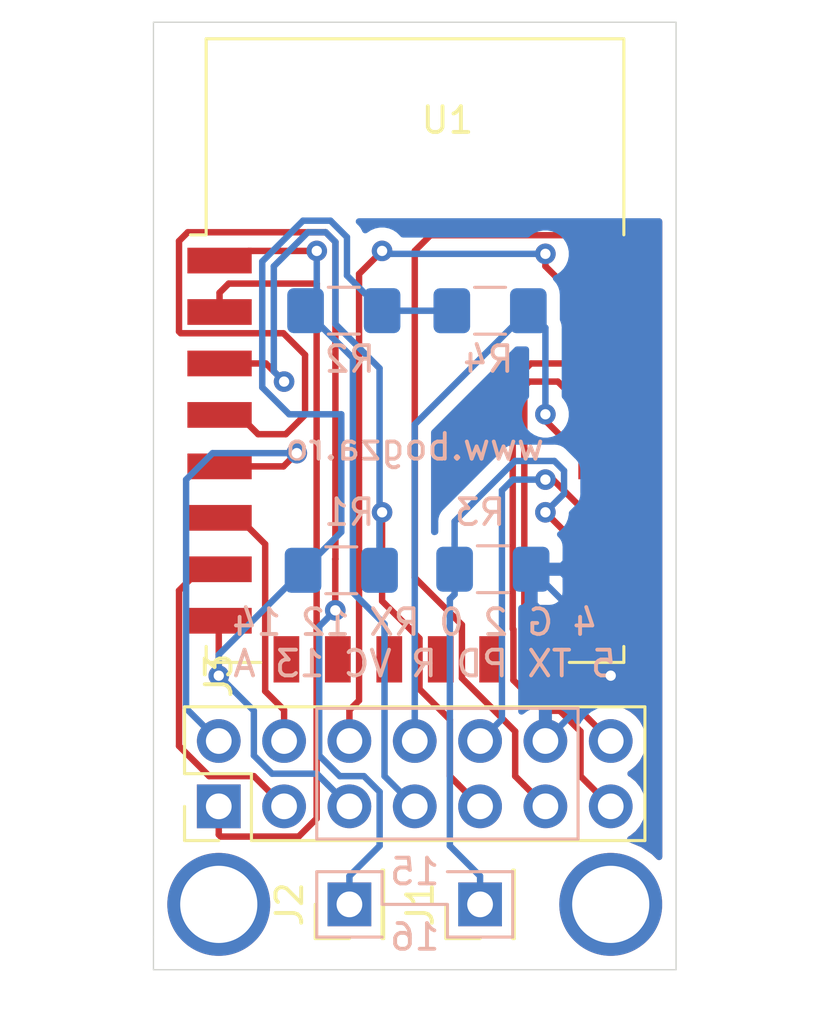
<source format=kicad_pcb>
(kicad_pcb (version 20171130) (host pcbnew "(5.1.2)-1")

  (general
    (thickness 1.6)
    (drawings 23)
    (tracks 193)
    (zones 0)
    (modules 10)
    (nets 17)
  )

  (page A4)
  (layers
    (0 F.Cu signal)
    (31 B.Cu signal)
    (32 B.Adhes user)
    (33 F.Adhes user)
    (34 B.Paste user)
    (35 F.Paste user)
    (36 B.SilkS user)
    (37 F.SilkS user)
    (38 B.Mask user)
    (39 F.Mask user)
    (40 Dwgs.User user)
    (41 Cmts.User user)
    (42 Eco1.User user)
    (43 Eco2.User user)
    (44 Edge.Cuts user)
    (45 Margin user)
    (46 B.CrtYd user)
    (47 F.CrtYd user)
    (48 B.Fab user)
    (49 F.Fab user)
  )

  (setup
    (last_trace_width 0.25)
    (trace_clearance 0.2)
    (zone_clearance 0.508)
    (zone_45_only no)
    (trace_min 0.2)
    (via_size 0.8)
    (via_drill 0.4)
    (via_min_size 0.4)
    (via_min_drill 0.3)
    (uvia_size 0.3)
    (uvia_drill 0.1)
    (uvias_allowed no)
    (uvia_min_size 0.2)
    (uvia_min_drill 0.1)
    (edge_width 0.05)
    (segment_width 0.2)
    (pcb_text_width 0.3)
    (pcb_text_size 1.5 1.5)
    (mod_edge_width 0.12)
    (mod_text_size 1 1)
    (mod_text_width 0.15)
    (pad_size 4 4)
    (pad_drill 3)
    (pad_to_mask_clearance 0.051)
    (solder_mask_min_width 0.25)
    (aux_axis_origin 0 0)
    (visible_elements FFFFFF7F)
    (pcbplotparams
      (layerselection 0x010f0_ffffffff)
      (usegerberextensions false)
      (usegerberattributes false)
      (usegerberadvancedattributes false)
      (creategerberjobfile false)
      (excludeedgelayer true)
      (linewidth 0.100000)
      (plotframeref false)
      (viasonmask false)
      (mode 1)
      (useauxorigin false)
      (hpglpennumber 1)
      (hpglpenspeed 20)
      (hpglpendiameter 15.000000)
      (psnegative false)
      (psa4output false)
      (plotreference true)
      (plotvalue true)
      (plotinvisibletext false)
      (padsonsilk false)
      (subtractmaskfromsilk false)
      (outputformat 1)
      (mirror false)
      (drillshape 0)
      (scaleselection 1)
      (outputdirectory ""))
  )

  (net 0 "")
  (net 1 VCC)
  (net 2 GPIO15)
  (net 3 GPIO16)
  (net 4 GPIO4)
  (net 5 GPIO5)
  (net 6 GND)
  (net 7 GPIO1-TXD)
  (net 8 GPIO2)
  (net 9 PD)
  (net 10 GPIO0)
  (net 11 RST)
  (net 12 GPIO3-RXD)
  (net 13 GPIO12)
  (net 14 GPIO13)
  (net 15 GPIO14)
  (net 16 ADC)

  (net_class Default "This is the default net class."
    (clearance 0.2)
    (trace_width 0.25)
    (via_dia 0.8)
    (via_drill 0.4)
    (uvia_dia 0.3)
    (uvia_drill 0.1)
    (add_net ADC)
    (add_net GND)
    (add_net GPIO0)
    (add_net GPIO1-TXD)
    (add_net GPIO12)
    (add_net GPIO13)
    (add_net GPIO14)
    (add_net GPIO15)
    (add_net GPIO16)
    (add_net GPIO2)
    (add_net GPIO3-RXD)
    (add_net GPIO4)
    (add_net GPIO5)
    (add_net "Net-(U1-Pad10)")
    (add_net "Net-(U1-Pad11)")
    (add_net "Net-(U1-Pad12)")
    (add_net "Net-(U1-Pad13)")
    (add_net "Net-(U1-Pad14)")
    (add_net "Net-(U1-Pad9)")
    (add_net PD)
    (add_net RST)
    (add_net VCC)
  )

  (module Connector_PinHeader_2.54mm:PinHeader_1x01_P2.54mm_Vertical (layer F.Cu) (tedit 59FED5CC) (tstamp 5D07E5EF)
    (at 87.63 72.39 90)
    (descr "Through hole straight pin header, 1x01, 2.54mm pitch, single row")
    (tags "Through hole pin header THT 1x01 2.54mm single row")
    (path /5D0AD2C1)
    (fp_text reference J1 (at 0 -2.33 90) (layer F.SilkS)
      (effects (font (size 1 1) (thickness 0.15)))
    )
    (fp_text value Conn_01x01 (at 0 2.33 90) (layer F.Fab)
      (effects (font (size 1 1) (thickness 0.15)))
    )
    (fp_text user %R (at 0 0) (layer F.Fab)
      (effects (font (size 1 1) (thickness 0.15)))
    )
    (fp_line (start 1.8 -1.8) (end -1.8 -1.8) (layer F.CrtYd) (width 0.05))
    (fp_line (start 1.8 1.8) (end 1.8 -1.8) (layer F.CrtYd) (width 0.05))
    (fp_line (start -1.8 1.8) (end 1.8 1.8) (layer F.CrtYd) (width 0.05))
    (fp_line (start -1.8 -1.8) (end -1.8 1.8) (layer F.CrtYd) (width 0.05))
    (fp_line (start -1.33 -1.33) (end 0 -1.33) (layer F.SilkS) (width 0.12))
    (fp_line (start -1.33 0) (end -1.33 -1.33) (layer F.SilkS) (width 0.12))
    (fp_line (start -1.33 1.27) (end 1.33 1.27) (layer F.SilkS) (width 0.12))
    (fp_line (start 1.33 1.27) (end 1.33 1.33) (layer F.SilkS) (width 0.12))
    (fp_line (start -1.33 1.27) (end -1.33 1.33) (layer F.SilkS) (width 0.12))
    (fp_line (start -1.33 1.33) (end 1.33 1.33) (layer F.SilkS) (width 0.12))
    (fp_line (start -1.27 -0.635) (end -0.635 -1.27) (layer F.Fab) (width 0.1))
    (fp_line (start -1.27 1.27) (end -1.27 -0.635) (layer F.Fab) (width 0.1))
    (fp_line (start 1.27 1.27) (end -1.27 1.27) (layer F.Fab) (width 0.1))
    (fp_line (start 1.27 -1.27) (end 1.27 1.27) (layer F.Fab) (width 0.1))
    (fp_line (start -0.635 -1.27) (end 1.27 -1.27) (layer F.Fab) (width 0.1))
    (pad 1 thru_hole rect (at 0 0 90) (size 1.7 1.7) (drill 1) (layers *.Cu *.Mask)
      (net 2 GPIO15))
    (model ${KISYS3DMOD}/Connector_PinHeader_2.54mm.3dshapes/PinHeader_1x01_P2.54mm_Vertical.wrl
      (at (xyz 0 0 0))
      (scale (xyz 1 1 1))
      (rotate (xyz 0 0 0))
    )
  )

  (module Connector_Pin:Pin_D1.0mm_L10.0mm (layer F.Cu) (tedit 5D07CE28) (tstamp 5D07E482)
    (at 92.71 72.39)
    (descr "solder Pin_ diameter 1.0mm, hole diameter 1.0mm (press fit), length 10.0mm")
    (tags "solder Pin_ press fit")
    (fp_text reference 1 (at 0 0) (layer F.SilkS)
      (effects (font (size 1 1) (thickness 0.15)))
    )
    (fp_text value Pin_D1.0mm_L10.0mm (at 0 -2.05) (layer F.Fab)
      (effects (font (size 1 1) (thickness 0.15)))
    )
    (fp_circle (center 0 0) (end 1.25 0.05) (layer F.SilkS) (width 0.12))
    (fp_circle (center 0 0) (end 1 0) (layer F.Fab) (width 0.12))
    (fp_circle (center 0 0) (end 0.5 0) (layer F.Fab) (width 0.12))
    (fp_circle (center 0 0) (end 1.5 0) (layer F.CrtYd) (width 0.05))
    (fp_text user %R (at 0 2.25) (layer F.Fab)
      (effects (font (size 1 1) (thickness 0.15)))
    )
    (pad 1 thru_hole circle (at 0 0) (size 4 4) (drill 3) (layers *.Cu *.Mask))
    (model ${KISYS3DMOD}/Connector_Pin.3dshapes/Pin_D1.0mm_L10.0mm.wrl
      (at (xyz 0 0 0))
      (scale (xyz 1 1 1))
      (rotate (xyz 0 0 0))
    )
  )

  (module Connector_Pin:Pin_D1.0mm_L10.0mm (layer F.Cu) (tedit 5D07CE1D) (tstamp 5D07E45D)
    (at 77.47 72.39)
    (descr "solder Pin_ diameter 1.0mm, hole diameter 1.0mm (press fit), length 10.0mm")
    (tags "solder Pin_ press fit")
    (fp_text reference 1 (at 0 0) (layer F.SilkS)
      (effects (font (size 1 1) (thickness 0.15)))
    )
    (fp_text value Pin_D1.0mm_L10.0mm (at 0 -2.05) (layer F.Fab)
      (effects (font (size 1 1) (thickness 0.15)))
    )
    (fp_circle (center 0 0) (end 1.25 0.05) (layer F.SilkS) (width 0.12))
    (fp_circle (center 0 0) (end 1 0) (layer F.Fab) (width 0.12))
    (fp_circle (center 0 0) (end 0.5 0) (layer F.Fab) (width 0.12))
    (fp_circle (center 0 0) (end 1.5 0) (layer F.CrtYd) (width 0.05))
    (fp_text user %R (at 0 2.25) (layer F.Fab)
      (effects (font (size 1 1) (thickness 0.15)))
    )
    (pad 1 thru_hole circle (at 0 0) (size 4 4) (drill 3) (layers *.Cu *.Mask))
    (model ${KISYS3DMOD}/Connector_Pin.3dshapes/Pin_D1.0mm_L10.0mm.wrl
      (at (xyz 0 0 0))
      (scale (xyz 1 1 1))
      (rotate (xyz 0 0 0))
    )
  )

  (module RF_Module:ESP-12E (layer F.Cu) (tedit 5A030172) (tstamp 5D077E85)
    (at 85.1 50.865)
    (descr "Wi-Fi Module, http://wiki.ai-thinker.com/_media/esp8266/docs/aithinker_esp_12f_datasheet_en.pdf")
    (tags "Wi-Fi Module")
    (path /5CC8D117)
    (attr smd)
    (fp_text reference U1 (at 1.26 -8.955) (layer F.SilkS)
      (effects (font (size 1 1) (thickness 0.15)))
    )
    (fp_text value ESP-12E (at -0.06 -12.78) (layer F.Fab)
      (effects (font (size 1 1) (thickness 0.15)))
    )
    (fp_line (start 5.56 -4.8) (end 8.12 -7.36) (layer Dwgs.User) (width 0.12))
    (fp_line (start 2.56 -4.8) (end 8.12 -10.36) (layer Dwgs.User) (width 0.12))
    (fp_line (start -0.44 -4.8) (end 6.88 -12.12) (layer Dwgs.User) (width 0.12))
    (fp_line (start -3.44 -4.8) (end 3.88 -12.12) (layer Dwgs.User) (width 0.12))
    (fp_line (start -6.44 -4.8) (end 0.88 -12.12) (layer Dwgs.User) (width 0.12))
    (fp_line (start -8.12 -6.12) (end -2.12 -12.12) (layer Dwgs.User) (width 0.12))
    (fp_line (start -8.12 -9.12) (end -5.12 -12.12) (layer Dwgs.User) (width 0.12))
    (fp_line (start -8.12 -4.8) (end -8.12 -12.12) (layer Dwgs.User) (width 0.12))
    (fp_line (start 8.12 -4.8) (end -8.12 -4.8) (layer Dwgs.User) (width 0.12))
    (fp_line (start 8.12 -12.12) (end 8.12 -4.8) (layer Dwgs.User) (width 0.12))
    (fp_line (start -8.12 -12.12) (end 8.12 -12.12) (layer Dwgs.User) (width 0.12))
    (fp_line (start -8.12 -4.5) (end -8.73 -4.5) (layer F.SilkS) (width 0.12))
    (fp_line (start -8.12 -4.5) (end -8.12 -12.12) (layer F.SilkS) (width 0.12))
    (fp_line (start -8.12 12.12) (end -8.12 11.5) (layer F.SilkS) (width 0.12))
    (fp_line (start -6 12.12) (end -8.12 12.12) (layer F.SilkS) (width 0.12))
    (fp_line (start 8.12 12.12) (end 6 12.12) (layer F.SilkS) (width 0.12))
    (fp_line (start 8.12 11.5) (end 8.12 12.12) (layer F.SilkS) (width 0.12))
    (fp_line (start 8.12 -12.12) (end 8.12 -4.5) (layer F.SilkS) (width 0.12))
    (fp_line (start -8.12 -12.12) (end 8.12 -12.12) (layer F.SilkS) (width 0.12))
    (fp_line (start -9.05 13.1) (end -9.05 -12.2) (layer F.CrtYd) (width 0.05))
    (fp_line (start 9.05 13.1) (end -9.05 13.1) (layer F.CrtYd) (width 0.05))
    (fp_line (start 9.05 -12.2) (end 9.05 13.1) (layer F.CrtYd) (width 0.05))
    (fp_line (start -9.05 -12.2) (end 9.05 -12.2) (layer F.CrtYd) (width 0.05))
    (fp_line (start -8 -4) (end -8 -12) (layer F.Fab) (width 0.12))
    (fp_line (start -7.5 -3.5) (end -8 -4) (layer F.Fab) (width 0.12))
    (fp_line (start -8 -3) (end -7.5 -3.5) (layer F.Fab) (width 0.12))
    (fp_line (start -8 12) (end -8 -3) (layer F.Fab) (width 0.12))
    (fp_line (start 8 12) (end -8 12) (layer F.Fab) (width 0.12))
    (fp_line (start 8 -12) (end 8 12) (layer F.Fab) (width 0.12))
    (fp_line (start -8 -12) (end 8 -12) (layer F.Fab) (width 0.12))
    (fp_text user %R (at 0.49 -0.8) (layer F.Fab)
      (effects (font (size 1 1) (thickness 0.15)))
    )
    (fp_text user "KEEP-OUT ZONE" (at 0.03 -9.55 180) (layer Cmts.User)
      (effects (font (size 1 1) (thickness 0.15)))
    )
    (fp_text user Antenna (at -0.06 -7 180) (layer Cmts.User)
      (effects (font (size 1 1) (thickness 0.15)))
    )
    (pad 22 smd rect (at 7.6 -3.5) (size 2.5 1) (layers F.Cu F.Paste F.Mask)
      (net 7 GPIO1-TXD))
    (pad 21 smd rect (at 7.6 -1.5) (size 2.5 1) (layers F.Cu F.Paste F.Mask)
      (net 12 GPIO3-RXD))
    (pad 20 smd rect (at 7.6 0.5) (size 2.5 1) (layers F.Cu F.Paste F.Mask)
      (net 5 GPIO5))
    (pad 19 smd rect (at 7.6 2.5) (size 2.5 1) (layers F.Cu F.Paste F.Mask)
      (net 4 GPIO4))
    (pad 18 smd rect (at 7.6 4.5) (size 2.5 1) (layers F.Cu F.Paste F.Mask)
      (net 10 GPIO0))
    (pad 17 smd rect (at 7.6 6.5) (size 2.5 1) (layers F.Cu F.Paste F.Mask)
      (net 8 GPIO2))
    (pad 16 smd rect (at 7.6 8.5) (size 2.5 1) (layers F.Cu F.Paste F.Mask)
      (net 2 GPIO15))
    (pad 15 smd rect (at 7.6 10.5) (size 2.5 1) (layers F.Cu F.Paste F.Mask)
      (net 6 GND))
    (pad 14 smd rect (at 5 12) (size 1 1.8) (layers F.Cu F.Paste F.Mask))
    (pad 13 smd rect (at 3 12) (size 1 1.8) (layers F.Cu F.Paste F.Mask))
    (pad 12 smd rect (at 1 12) (size 1 1.8) (layers F.Cu F.Paste F.Mask))
    (pad 11 smd rect (at -1 12) (size 1 1.8) (layers F.Cu F.Paste F.Mask))
    (pad 10 smd rect (at -3 12) (size 1 1.8) (layers F.Cu F.Paste F.Mask))
    (pad 9 smd rect (at -5 12) (size 1 1.8) (layers F.Cu F.Paste F.Mask))
    (pad 8 smd rect (at -7.6 10.5) (size 2.5 1) (layers F.Cu F.Paste F.Mask)
      (net 1 VCC))
    (pad 7 smd rect (at -7.6 8.5) (size 2.5 1) (layers F.Cu F.Paste F.Mask)
      (net 14 GPIO13))
    (pad 6 smd rect (at -7.6 6.5) (size 2.5 1) (layers F.Cu F.Paste F.Mask)
      (net 13 GPIO12))
    (pad 5 smd rect (at -7.6 4.5) (size 2.5 1) (layers F.Cu F.Paste F.Mask)
      (net 15 GPIO14))
    (pad 4 smd rect (at -7.6 2.5) (size 2.5 1) (layers F.Cu F.Paste F.Mask)
      (net 3 GPIO16))
    (pad 3 smd rect (at -7.6 0.5) (size 2.5 1) (layers F.Cu F.Paste F.Mask)
      (net 9 PD))
    (pad 2 smd rect (at -7.6 -1.5) (size 2.5 1) (layers F.Cu F.Paste F.Mask)
      (net 16 ADC))
    (pad 1 smd rect (at -7.6 -3.5) (size 2.5 1) (layers F.Cu F.Paste F.Mask)
      (net 11 RST))
    (model ${KISYS3DMOD}/RF_Module.3dshapes/ESP-12E.wrl
      (at (xyz 0 0 0))
      (scale (xyz 1 1 1))
      (rotate (xyz 0 0 0))
    )
  )

  (module Resistor_SMD:R_1206_3216Metric_Pad1.42x1.75mm_HandSolder (layer B.Cu) (tedit 5B301BBD) (tstamp 5D07D2EC)
    (at 88.018798 49.315142)
    (descr "Resistor SMD 1206 (3216 Metric), square (rectangular) end terminal, IPC_7351 nominal with elongated pad for handsoldering. (Body size source: http://www.tortai-tech.com/upload/download/2011102023233369053.pdf), generated with kicad-footprint-generator")
    (tags "resistor handsolder")
    (path /5CCE9745)
    (attr smd)
    (fp_text reference R4 (at -0.07104 1.884126 180) (layer B.SilkS)
      (effects (font (size 1 1) (thickness 0.15)) (justify mirror))
    )
    (fp_text value 10k (at 0 -1.82 180) (layer B.Fab)
      (effects (font (size 1 1) (thickness 0.15)) (justify mirror))
    )
    (fp_text user %R (at 0 0 180) (layer B.Fab)
      (effects (font (size 0.8 0.8) (thickness 0.12)) (justify mirror))
    )
    (fp_line (start 2.45 -1.12) (end -2.45 -1.12) (layer B.CrtYd) (width 0.05))
    (fp_line (start 2.45 1.12) (end 2.45 -1.12) (layer B.CrtYd) (width 0.05))
    (fp_line (start -2.45 1.12) (end 2.45 1.12) (layer B.CrtYd) (width 0.05))
    (fp_line (start -2.45 -1.12) (end -2.45 1.12) (layer B.CrtYd) (width 0.05))
    (fp_line (start -0.602064 -0.91) (end 0.602064 -0.91) (layer B.SilkS) (width 0.12))
    (fp_line (start -0.602064 0.91) (end 0.602064 0.91) (layer B.SilkS) (width 0.12))
    (fp_line (start 1.6 -0.8) (end -1.6 -0.8) (layer B.Fab) (width 0.1))
    (fp_line (start 1.6 0.8) (end 1.6 -0.8) (layer B.Fab) (width 0.1))
    (fp_line (start -1.6 0.8) (end 1.6 0.8) (layer B.Fab) (width 0.1))
    (fp_line (start -1.6 -0.8) (end -1.6 0.8) (layer B.Fab) (width 0.1))
    (pad 2 smd roundrect (at 1.4875 0) (size 1.425 1.75) (layers B.Cu B.Paste B.Mask) (roundrect_rratio 0.175439)
      (net 10 GPIO0))
    (pad 1 smd roundrect (at -1.4875 0) (size 1.425 1.75) (layers B.Cu B.Paste B.Mask) (roundrect_rratio 0.175439)
      (net 1 VCC))
    (model ${KISYS3DMOD}/Resistor_SMD.3dshapes/R_1206_3216Metric.wrl
      (at (xyz 0 0 0))
      (scale (xyz 1 1 1))
      (rotate (xyz 0 0 0))
    )
  )

  (module Resistor_SMD:R_1206_3216Metric_Pad1.42x1.75mm_HandSolder (layer B.Cu) (tedit 5B301BBD) (tstamp 5D07D2DB)
    (at 88.127383 59.362292)
    (descr "Resistor SMD 1206 (3216 Metric), square (rectangular) end terminal, IPC_7351 nominal with elongated pad for handsoldering. (Body size source: http://www.tortai-tech.com/upload/download/2011102023233369053.pdf), generated with kicad-footprint-generator")
    (tags "resistor handsolder")
    (path /5CCF4AA5)
    (attr smd)
    (fp_text reference R3 (at -0.497383 -2.212292 180) (layer B.SilkS)
      (effects (font (size 1 1) (thickness 0.15)) (justify mirror))
    )
    (fp_text value 10k (at 0 -1.82 180) (layer B.Fab)
      (effects (font (size 1 1) (thickness 0.15)) (justify mirror))
    )
    (fp_text user %R (at 0 0 180) (layer B.Fab)
      (effects (font (size 0.8 0.8) (thickness 0.12)) (justify mirror))
    )
    (fp_line (start 2.45 -1.12) (end -2.45 -1.12) (layer B.CrtYd) (width 0.05))
    (fp_line (start 2.45 1.12) (end 2.45 -1.12) (layer B.CrtYd) (width 0.05))
    (fp_line (start -2.45 1.12) (end 2.45 1.12) (layer B.CrtYd) (width 0.05))
    (fp_line (start -2.45 -1.12) (end -2.45 1.12) (layer B.CrtYd) (width 0.05))
    (fp_line (start -0.602064 -0.91) (end 0.602064 -0.91) (layer B.SilkS) (width 0.12))
    (fp_line (start -0.602064 0.91) (end 0.602064 0.91) (layer B.SilkS) (width 0.12))
    (fp_line (start 1.6 -0.8) (end -1.6 -0.8) (layer B.Fab) (width 0.1))
    (fp_line (start 1.6 0.8) (end 1.6 -0.8) (layer B.Fab) (width 0.1))
    (fp_line (start -1.6 0.8) (end 1.6 0.8) (layer B.Fab) (width 0.1))
    (fp_line (start -1.6 -0.8) (end -1.6 0.8) (layer B.Fab) (width 0.1))
    (pad 2 smd roundrect (at 1.4875 0) (size 1.425 1.75) (layers B.Cu B.Paste B.Mask) (roundrect_rratio 0.175439)
      (net 6 GND))
    (pad 1 smd roundrect (at -1.4875 0) (size 1.425 1.75) (layers B.Cu B.Paste B.Mask) (roundrect_rratio 0.175439)
      (net 2 GPIO15))
    (model ${KISYS3DMOD}/Resistor_SMD.3dshapes/R_1206_3216Metric.wrl
      (at (xyz 0 0 0))
      (scale (xyz 1 1 1))
      (rotate (xyz 0 0 0))
    )
  )

  (module Resistor_SMD:R_1206_3216Metric_Pad1.42x1.75mm_HandSolder (layer B.Cu) (tedit 5B301BBD) (tstamp 5D07D2CA)
    (at 82.3325 49.3125 180)
    (descr "Resistor SMD 1206 (3216 Metric), square (rectangular) end terminal, IPC_7351 nominal with elongated pad for handsoldering. (Body size source: http://www.tortai-tech.com/upload/download/2011102023233369053.pdf), generated with kicad-footprint-generator")
    (tags "resistor handsolder")
    (path /5D097B6D)
    (attr smd)
    (fp_text reference R2 (at -0.233727 -1.886768 180) (layer B.SilkS)
      (effects (font (size 1 1) (thickness 0.15)) (justify mirror))
    )
    (fp_text value 10k (at 0 -1.82 180) (layer B.Fab)
      (effects (font (size 1 1) (thickness 0.15)) (justify mirror))
    )
    (fp_line (start -1.6 -0.8) (end -1.6 0.8) (layer B.Fab) (width 0.1))
    (fp_line (start -1.6 0.8) (end 1.6 0.8) (layer B.Fab) (width 0.1))
    (fp_line (start 1.6 0.8) (end 1.6 -0.8) (layer B.Fab) (width 0.1))
    (fp_line (start 1.6 -0.8) (end -1.6 -0.8) (layer B.Fab) (width 0.1))
    (fp_line (start -0.602064 0.91) (end 0.602064 0.91) (layer B.SilkS) (width 0.12))
    (fp_line (start -0.602064 -0.91) (end 0.602064 -0.91) (layer B.SilkS) (width 0.12))
    (fp_line (start -2.45 -1.12) (end -2.45 1.12) (layer B.CrtYd) (width 0.05))
    (fp_line (start -2.45 1.12) (end 2.45 1.12) (layer B.CrtYd) (width 0.05))
    (fp_line (start 2.45 1.12) (end 2.45 -1.12) (layer B.CrtYd) (width 0.05))
    (fp_line (start 2.45 -1.12) (end -2.45 -1.12) (layer B.CrtYd) (width 0.05))
    (fp_text user %R (at 0 0 180) (layer B.Fab)
      (effects (font (size 0.8 0.8) (thickness 0.12)) (justify mirror))
    )
    (pad 1 smd roundrect (at -1.4875 0 180) (size 1.425 1.75) (layers B.Cu B.Paste B.Mask) (roundrect_rratio 0.175439)
      (net 1 VCC))
    (pad 2 smd roundrect (at 1.4875 0 180) (size 1.425 1.75) (layers B.Cu B.Paste B.Mask) (roundrect_rratio 0.175439)
      (net 11 RST))
    (model ${KISYS3DMOD}/Resistor_SMD.3dshapes/R_1206_3216Metric.wrl
      (at (xyz 0 0 0))
      (scale (xyz 1 1 1))
      (rotate (xyz 0 0 0))
    )
  )

  (module Resistor_SMD:R_1206_3216Metric_Pad1.42x1.75mm_HandSolder (layer B.Cu) (tedit 5B301BBD) (tstamp 5D07D2B9)
    (at 82.234146 59.403217)
    (descr "Resistor SMD 1206 (3216 Metric), square (rectangular) end terminal, IPC_7351 nominal with elongated pad for handsoldering. (Body size source: http://www.tortai-tech.com/upload/download/2011102023233369053.pdf), generated with kicad-footprint-generator")
    (tags "resistor handsolder")
    (path /5CCE7A1A)
    (attr smd)
    (fp_text reference R1 (at 0.315854 -2.253217 180) (layer B.SilkS)
      (effects (font (size 1 1) (thickness 0.15)) (justify mirror))
    )
    (fp_text value 10k (at 0 -1.82 180) (layer B.Fab)
      (effects (font (size 1 1) (thickness 0.15)) (justify mirror))
    )
    (fp_text user %R (at 5.3 -0.16 180) (layer B.Fab)
      (effects (font (size 0.8 0.8) (thickness 0.12)) (justify mirror))
    )
    (fp_line (start 2.45 -1.12) (end -2.45 -1.12) (layer B.CrtYd) (width 0.05))
    (fp_line (start 2.45 1.12) (end 2.45 -1.12) (layer B.CrtYd) (width 0.05))
    (fp_line (start -2.45 1.12) (end 2.45 1.12) (layer B.CrtYd) (width 0.05))
    (fp_line (start -2.45 -1.12) (end -2.45 1.12) (layer B.CrtYd) (width 0.05))
    (fp_line (start -0.602064 -0.91) (end 0.602064 -0.91) (layer B.SilkS) (width 0.12))
    (fp_line (start -0.602064 0.91) (end 0.602064 0.91) (layer B.SilkS) (width 0.12))
    (fp_line (start 1.6 -0.8) (end -1.6 -0.8) (layer B.Fab) (width 0.1))
    (fp_line (start 1.6 0.8) (end 1.6 -0.8) (layer B.Fab) (width 0.1))
    (fp_line (start -1.6 0.8) (end 1.6 0.8) (layer B.Fab) (width 0.1))
    (fp_line (start -1.6 -0.8) (end -1.6 0.8) (layer B.Fab) (width 0.1))
    (pad 2 smd roundrect (at 1.4875 0) (size 1.425 1.75) (layers B.Cu B.Paste B.Mask) (roundrect_rratio 0.175439)
      (net 9 PD))
    (pad 1 smd roundrect (at -1.4875 0) (size 1.425 1.75) (layers B.Cu B.Paste B.Mask) (roundrect_rratio 0.175439)
      (net 1 VCC))
    (model ${KISYS3DMOD}/Resistor_SMD.3dshapes/R_1206_3216Metric.wrl
      (at (xyz 0 0 0))
      (scale (xyz 1 1 1))
      (rotate (xyz 0 0 0))
    )
  )

  (module Connector_PinHeader_2.54mm:PinHeader_2x07_P2.54mm_Vertical (layer F.Cu) (tedit 59FED5CC) (tstamp 5D07D2A8)
    (at 77.47 68.58 90)
    (descr "Through hole straight pin header, 2x07, 2.54mm pitch, double rows")
    (tags "Through hole pin header THT 2x07 2.54mm double row")
    (path /5D0A0012)
    (fp_text reference J3 (at 5.08 0 90) (layer F.SilkS)
      (effects (font (size 1 1) (thickness 0.15)))
    )
    (fp_text value Conn_02x07_Odd_Even (at 1.27 17.57 90) (layer F.Fab)
      (effects (font (size 1 1) (thickness 0.15)))
    )
    (fp_text user %R (at 1.27 7.62) (layer F.Fab)
      (effects (font (size 1 1) (thickness 0.15)))
    )
    (fp_line (start 4.35 -1.8) (end -1.8 -1.8) (layer F.CrtYd) (width 0.05))
    (fp_line (start 4.35 17.05) (end 4.35 -1.8) (layer F.CrtYd) (width 0.05))
    (fp_line (start -1.8 17.05) (end 4.35 17.05) (layer F.CrtYd) (width 0.05))
    (fp_line (start -1.8 -1.8) (end -1.8 17.05) (layer F.CrtYd) (width 0.05))
    (fp_line (start -1.33 -1.33) (end 0 -1.33) (layer F.SilkS) (width 0.12))
    (fp_line (start -1.33 0) (end -1.33 -1.33) (layer F.SilkS) (width 0.12))
    (fp_line (start 1.27 -1.33) (end 3.87 -1.33) (layer F.SilkS) (width 0.12))
    (fp_line (start 1.27 1.27) (end 1.27 -1.33) (layer F.SilkS) (width 0.12))
    (fp_line (start -1.33 1.27) (end 1.27 1.27) (layer F.SilkS) (width 0.12))
    (fp_line (start 3.87 -1.33) (end 3.87 16.57) (layer F.SilkS) (width 0.12))
    (fp_line (start -1.33 1.27) (end -1.33 16.57) (layer F.SilkS) (width 0.12))
    (fp_line (start -1.33 16.57) (end 3.87 16.57) (layer F.SilkS) (width 0.12))
    (fp_line (start -1.27 0) (end 0 -1.27) (layer F.Fab) (width 0.1))
    (fp_line (start -1.27 16.51) (end -1.27 0) (layer F.Fab) (width 0.1))
    (fp_line (start 3.81 16.51) (end -1.27 16.51) (layer F.Fab) (width 0.1))
    (fp_line (start 3.81 -1.27) (end 3.81 16.51) (layer F.Fab) (width 0.1))
    (fp_line (start 0 -1.27) (end 3.81 -1.27) (layer F.Fab) (width 0.1))
    (pad 14 thru_hole oval (at 2.54 15.24 90) (size 1.7 1.7) (drill 1) (layers *.Cu *.Mask)
      (net 4 GPIO4))
    (pad 13 thru_hole oval (at 0 15.24 90) (size 1.7 1.7) (drill 1) (layers *.Cu *.Mask)
      (net 5 GPIO5))
    (pad 12 thru_hole oval (at 2.54 12.7 90) (size 1.7 1.7) (drill 1) (layers *.Cu *.Mask)
      (net 6 GND))
    (pad 11 thru_hole oval (at 0 12.7 90) (size 1.7 1.7) (drill 1) (layers *.Cu *.Mask)
      (net 7 GPIO1-TXD))
    (pad 10 thru_hole oval (at 2.54 10.16 90) (size 1.7 1.7) (drill 1) (layers *.Cu *.Mask)
      (net 8 GPIO2))
    (pad 9 thru_hole oval (at 0 10.16 90) (size 1.7 1.7) (drill 1) (layers *.Cu *.Mask)
      (net 9 PD))
    (pad 8 thru_hole oval (at 2.54 7.62 90) (size 1.7 1.7) (drill 1) (layers *.Cu *.Mask)
      (net 10 GPIO0))
    (pad 7 thru_hole oval (at 0 7.62 90) (size 1.7 1.7) (drill 1) (layers *.Cu *.Mask)
      (net 11 RST))
    (pad 6 thru_hole oval (at 2.54 5.08 90) (size 1.7 1.7) (drill 1) (layers *.Cu *.Mask)
      (net 12 GPIO3-RXD))
    (pad 5 thru_hole oval (at 0 5.08 90) (size 1.7 1.7) (drill 1) (layers *.Cu *.Mask)
      (net 1 VCC))
    (pad 4 thru_hole oval (at 2.54 2.54 90) (size 1.7 1.7) (drill 1) (layers *.Cu *.Mask)
      (net 13 GPIO12))
    (pad 3 thru_hole oval (at 0 2.54 90) (size 1.7 1.7) (drill 1) (layers *.Cu *.Mask)
      (net 14 GPIO13))
    (pad 2 thru_hole oval (at 2.54 0 90) (size 1.7 1.7) (drill 1) (layers *.Cu *.Mask)
      (net 15 GPIO14))
    (pad 1 thru_hole rect (at 0 0 90) (size 1.7 1.7) (drill 1) (layers *.Cu *.Mask)
      (net 16 ADC))
    (model ${KISYS3DMOD}/Connector_PinHeader_2.54mm.3dshapes/PinHeader_2x07_P2.54mm_Vertical.wrl
      (at (xyz 0 0 0))
      (scale (xyz 1 1 1))
      (rotate (xyz 0 0 0))
    )
  )

  (module Connector_PinHeader_2.54mm:PinHeader_1x01_P2.54mm_Vertical (layer F.Cu) (tedit 59FED5CC) (tstamp 5D07D284)
    (at 82.55 72.39 90)
    (descr "Through hole straight pin header, 1x01, 2.54mm pitch, single row")
    (tags "Through hole pin header THT 1x01 2.54mm single row")
    (path /5D0AE2F8)
    (fp_text reference J2 (at 0 -2.33 90) (layer F.SilkS)
      (effects (font (size 1 1) (thickness 0.15)))
    )
    (fp_text value Conn_01x01 (at 0 2.33 90) (layer F.Fab)
      (effects (font (size 1 1) (thickness 0.15)))
    )
    (fp_text user %R (at 0 0) (layer F.Fab)
      (effects (font (size 1 1) (thickness 0.15)))
    )
    (fp_line (start 1.8 -1.8) (end -1.8 -1.8) (layer F.CrtYd) (width 0.05))
    (fp_line (start 1.8 1.8) (end 1.8 -1.8) (layer F.CrtYd) (width 0.05))
    (fp_line (start -1.8 1.8) (end 1.8 1.8) (layer F.CrtYd) (width 0.05))
    (fp_line (start -1.8 -1.8) (end -1.8 1.8) (layer F.CrtYd) (width 0.05))
    (fp_line (start -1.33 -1.33) (end 0 -1.33) (layer F.SilkS) (width 0.12))
    (fp_line (start -1.33 0) (end -1.33 -1.33) (layer F.SilkS) (width 0.12))
    (fp_line (start -1.33 1.27) (end 1.33 1.27) (layer F.SilkS) (width 0.12))
    (fp_line (start 1.33 1.27) (end 1.33 1.33) (layer F.SilkS) (width 0.12))
    (fp_line (start -1.33 1.27) (end -1.33 1.33) (layer F.SilkS) (width 0.12))
    (fp_line (start -1.33 1.33) (end 1.33 1.33) (layer F.SilkS) (width 0.12))
    (fp_line (start -1.27 -0.635) (end -0.635 -1.27) (layer F.Fab) (width 0.1))
    (fp_line (start -1.27 1.27) (end -1.27 -0.635) (layer F.Fab) (width 0.1))
    (fp_line (start 1.27 1.27) (end -1.27 1.27) (layer F.Fab) (width 0.1))
    (fp_line (start 1.27 -1.27) (end 1.27 1.27) (layer F.Fab) (width 0.1))
    (fp_line (start -0.635 -1.27) (end 1.27 -1.27) (layer F.Fab) (width 0.1))
    (pad 1 thru_hole rect (at 0 0 90) (size 1.7 1.7) (drill 1) (layers *.Cu *.Mask)
      (net 3 GPIO16))
    (model ${KISYS3DMOD}/Connector_PinHeader_2.54mm.3dshapes/PinHeader_1x01_P2.54mm_Vertical.wrl
      (at (xyz 0 0 0))
      (scale (xyz 1 1 1))
      (rotate (xyz 0 0 0))
    )
  )

  (gr_line (start 91.44 64.77) (end 86.36 64.77) (layer B.SilkS) (width 0.12))
  (gr_line (start 91.44 69.85) (end 91.44 64.77) (layer B.SilkS) (width 0.12))
  (gr_line (start 81.28 69.85) (end 91.44 69.85) (layer B.SilkS) (width 0.12))
  (gr_line (start 81.28 64.77) (end 81.28 69.85) (layer B.SilkS) (width 0.12))
  (gr_line (start 88.9 64.77) (end 81.28 64.77) (layer B.SilkS) (width 0.12))
  (gr_line (start 81.28 73.66) (end 83.82 73.66) (layer B.SilkS) (width 0.12))
  (gr_line (start 81.28 71.12) (end 81.28 73.66) (layer B.SilkS) (width 0.12))
  (gr_line (start 83.82 71.12) (end 81.28 71.12) (layer B.SilkS) (width 0.12))
  (gr_line (start 83.82 72.39) (end 83.82 71.12) (layer B.SilkS) (width 0.12))
  (gr_line (start 86.36 72.39) (end 83.82 72.39) (layer B.SilkS) (width 0.12))
  (gr_line (start 86.36 73.66) (end 86.36 72.39) (layer B.SilkS) (width 0.12))
  (gr_line (start 88.9 73.66) (end 86.36 73.66) (layer B.SilkS) (width 0.12))
  (gr_line (start 88.9 71.12) (end 88.9 73.66) (layer B.SilkS) (width 0.12))
  (gr_line (start 86.36 71.12) (end 88.9 71.12) (layer B.SilkS) (width 0.12))
  (gr_text 15 (at 85.09 71.12) (layer B.SilkS)
    (effects (font (size 1 1) (thickness 0.15)) (justify mirror))
  )
  (gr_text 16 (at 85.09 73.66) (layer B.SilkS)
    (effects (font (size 1 1) (thickness 0.15)) (justify mirror))
  )
  (gr_text www.bogza.ro (at 85.09 54.61) (layer B.SilkS)
    (effects (font (size 1 1) (thickness 0.15)) (justify mirror))
  )
  (gr_text "4 G 2 0 RX 12 14\n5 TX PD R VC 13 A " (at 85.09 62.23) (layer B.SilkS)
    (effects (font (size 1 1) (thickness 0.15)) (justify mirror))
  )
  (gr_line (start 74.93 73.66) (end 74.93 74.93) (layer Edge.Cuts) (width 0.05) (tstamp 5D07E4A6))
  (gr_line (start 74.93 38.1) (end 74.93 73.66) (layer Edge.Cuts) (width 0.05))
  (gr_line (start 95.25 38.1) (end 74.93 38.1) (layer Edge.Cuts) (width 0.05))
  (gr_line (start 95.25 74.93) (end 95.25 38.1) (layer Edge.Cuts) (width 0.05))
  (gr_line (start 74.93 74.93) (end 95.25 74.93) (layer Edge.Cuts) (width 0.05))

  (segment (start 83.822642 49.315142) (end 83.82 49.3125) (width 0.25) (layer B.Cu) (net 1))
  (segment (start 86.531298 49.315142) (end 83.822642 49.315142) (width 0.25) (layer B.Cu) (net 1))
  (segment (start 80.206998 53.34) (end 82.234126 53.34) (width 0.25) (layer B.Cu) (net 1))
  (segment (start 82.45501 47.94751) (end 82.45501 46.455598) (width 0.25) (layer B.Cu) (net 1))
  (segment (start 83.82 49.3125) (end 82.45501 47.94751) (width 0.25) (layer B.Cu) (net 1))
  (segment (start 79.159991 52.292993) (end 80.206998 53.34) (width 0.25) (layer B.Cu) (net 1))
  (segment (start 82.45501 46.455598) (end 81.814401 45.814989) (width 0.25) (layer B.Cu) (net 1))
  (segment (start 81.814401 45.814989) (end 80.745598 45.81499) (width 0.25) (layer B.Cu) (net 1))
  (segment (start 80.745598 45.81499) (end 79.159991 47.400597) (width 0.25) (layer B.Cu) (net 1))
  (segment (start 79.159991 47.400597) (end 79.159991 52.292993) (width 0.25) (layer B.Cu) (net 1))
  (segment (start 82.234126 57.915737) (end 80.746646 59.403217) (width 0.25) (layer B.Cu) (net 1))
  (segment (start 82.234126 53.34) (end 82.234126 57.915737) (width 0.25) (layer B.Cu) (net 1))
  (via (at 77.47 63.5) (size 0.8) (drill 0.4) (layers F.Cu B.Cu) (net 1))
  (segment (start 80.746646 59.403217) (end 77.47 62.679863) (width 0.25) (layer B.Cu) (net 1))
  (segment (start 77.47 62.679863) (end 77.47 63.5) (width 0.25) (layer B.Cu) (net 1))
  (segment (start 77.47 61.395) (end 77.5 61.365) (width 0.25) (layer F.Cu) (net 1))
  (segment (start 77.47 63.5) (end 77.47 61.395) (width 0.25) (layer F.Cu) (net 1))
  (segment (start 81.700001 67.730001) (end 82.55 68.58) (width 0.25) (layer B.Cu) (net 1))
  (segment (start 81.28 67.31) (end 81.700001 67.730001) (width 0.25) (layer B.Cu) (net 1))
  (segment (start 79.540998 67.31) (end 81.28 67.31) (width 0.25) (layer B.Cu) (net 1))
  (segment (start 78.834999 66.604001) (end 79.540998 67.31) (width 0.25) (layer B.Cu) (net 1))
  (segment (start 78.834999 64.864999) (end 78.834999 66.604001) (width 0.25) (layer B.Cu) (net 1))
  (segment (start 77.47 63.5) (end 78.834999 64.864999) (width 0.25) (layer B.Cu) (net 1))
  (via (at 90.17 57.15) (size 0.8) (drill 0.4) (layers F.Cu B.Cu) (net 2))
  (segment (start 91.210001 58.190001) (end 90.17 57.15) (width 0.25) (layer F.Cu) (net 2))
  (segment (start 92.7 59.365) (end 92.385 59.365) (width 0.25) (layer F.Cu) (net 2))
  (segment (start 92.385 59.365) (end 91.210001 58.190001) (width 0.25) (layer F.Cu) (net 2))
  (segment (start 86.639883 58.387292) (end 86.639883 59.362292) (width 0.25) (layer B.Cu) (net 2))
  (segment (start 86.639883 57.503707) (end 86.639883 58.387292) (width 0.25) (layer B.Cu) (net 2))
  (segment (start 90.518001 55.154999) (end 88.988591 55.154999) (width 0.25) (layer B.Cu) (net 2))
  (segment (start 90.895001 55.531999) (end 90.518001 55.154999) (width 0.25) (layer B.Cu) (net 2))
  (segment (start 88.988591 55.154999) (end 86.639883 57.503707) (width 0.25) (layer B.Cu) (net 2))
  (segment (start 90.895001 56.424999) (end 90.895001 55.531999) (width 0.25) (layer B.Cu) (net 2))
  (segment (start 90.17 57.15) (end 90.895001 56.424999) (width 0.25) (layer B.Cu) (net 2))
  (segment (start 87.63 71.29) (end 87.63 72.39) (width 0.25) (layer B.Cu) (net 2))
  (segment (start 86.454999 70.114999) (end 87.63 71.29) (width 0.25) (layer B.Cu) (net 2))
  (segment (start 86.454999 60.522176) (end 86.454999 70.114999) (width 0.25) (layer B.Cu) (net 2))
  (segment (start 86.639883 60.337292) (end 86.454999 60.522176) (width 0.25) (layer B.Cu) (net 2))
  (segment (start 86.639883 59.362292) (end 86.639883 60.337292) (width 0.25) (layer B.Cu) (net 2))
  (segment (start 81.999999 58.970001) (end 81.999999 60.96) (width 0.25) (layer F.Cu) (net 3))
  (segment (start 82.005001 58.964999) (end 81.999999 58.970001) (width 0.25) (layer F.Cu) (net 3))
  (segment (start 82.005001 46.641999) (end 82.005001 58.964999) (width 0.25) (layer F.Cu) (net 3))
  (segment (start 81.628001 46.264999) (end 82.005001 46.641999) (width 0.25) (layer F.Cu) (net 3))
  (segment (start 75.924999 46.604999) (end 76.264999 46.264999) (width 0.25) (layer F.Cu) (net 3))
  (segment (start 79.983589 50.190001) (end 75.989999 50.190001) (width 0.25) (layer F.Cu) (net 3))
  (segment (start 75.989999 50.190001) (end 75.924999 50.125001) (width 0.25) (layer F.Cu) (net 3))
  (segment (start 78.25 53.365) (end 79 54.115) (width 0.25) (layer F.Cu) (net 3))
  (segment (start 77.5 53.365) (end 78.25 53.365) (width 0.25) (layer F.Cu) (net 3))
  (segment (start 76.264999 46.264999) (end 81.628001 46.264999) (width 0.25) (layer F.Cu) (net 3))
  (segment (start 79 54.115) (end 80.074989 54.115) (width 0.25) (layer F.Cu) (net 3))
  (segment (start 80.824989 53.365) (end 80.824989 51.031401) (width 0.25) (layer F.Cu) (net 3))
  (via (at 81.999999 60.96) (size 0.8) (drill 0.4) (layers F.Cu B.Cu) (net 3))
  (segment (start 75.924999 50.125001) (end 75.924999 46.604999) (width 0.25) (layer F.Cu) (net 3))
  (segment (start 80.074989 54.115) (end 80.824989 53.365) (width 0.25) (layer F.Cu) (net 3))
  (segment (start 80.824989 51.031401) (end 79.983589 50.190001) (width 0.25) (layer F.Cu) (net 3))
  (segment (start 82.55 71.29) (end 82.55 72.39) (width 0.25) (layer B.Cu) (net 3))
  (segment (start 83.725001 70.114999) (end 82.55 71.29) (width 0.25) (layer B.Cu) (net 3))
  (segment (start 83.725001 68.015999) (end 83.725001 70.114999) (width 0.25) (layer B.Cu) (net 3))
  (segment (start 83.114001 67.404999) (end 83.725001 68.015999) (width 0.25) (layer B.Cu) (net 3))
  (segment (start 82.175997 67.404999) (end 83.114001 67.404999) (width 0.25) (layer B.Cu) (net 3))
  (segment (start 81.374999 66.604001) (end 82.175997 67.404999) (width 0.25) (layer B.Cu) (net 3))
  (segment (start 81.374999 61.585) (end 81.374999 66.604001) (width 0.25) (layer B.Cu) (net 3))
  (segment (start 81.999999 60.96) (end 81.374999 61.585) (width 0.25) (layer B.Cu) (net 3))
  (segment (start 91.95 53.365) (end 90.655 52.07) (width 0.25) (layer F.Cu) (net 4))
  (segment (start 92.7 53.365) (end 91.95 53.365) (width 0.25) (layer F.Cu) (net 4))
  (segment (start 90.655 52.07) (end 89.53641 52.07) (width 0.25) (layer F.Cu) (net 4))
  (segment (start 89.53641 52.07) (end 89.35001 52.2564) (width 0.25) (layer F.Cu) (net 4))
  (segment (start 89.35001 52.2564) (end 89.35001 60.96) (width 0.25) (layer F.Cu) (net 4))
  (segment (start 91.860001 65.190001) (end 92.71 66.04) (width 0.25) (layer F.Cu) (net 4))
  (segment (start 91.124999 64.454999) (end 91.860001 65.190001) (width 0.25) (layer F.Cu) (net 4))
  (segment (start 91.124999 61.914999) (end 91.124999 64.454999) (width 0.25) (layer F.Cu) (net 4))
  (segment (start 90.17 60.96) (end 91.124999 61.914999) (width 0.25) (layer F.Cu) (net 4))
  (segment (start 89.35001 60.96) (end 90.17 60.96) (width 0.25) (layer F.Cu) (net 4))
  (segment (start 92.7 51.365) (end 89.605 51.365) (width 0.25) (layer F.Cu) (net 5))
  (segment (start 89.605 51.365) (end 88.9 52.07) (width 0.25) (layer F.Cu) (net 5))
  (segment (start 88.9 61.679998) (end 88.925001 61.704999) (width 0.25) (layer F.Cu) (net 5))
  (segment (start 88.9 52.07) (end 88.9 61.679998) (width 0.25) (layer F.Cu) (net 5))
  (segment (start 91.534999 67.404999) (end 91.860001 67.730001) (width 0.25) (layer F.Cu) (net 5))
  (segment (start 91.534999 65.665997) (end 91.534999 67.404999) (width 0.25) (layer F.Cu) (net 5))
  (segment (start 90.734001 64.864999) (end 91.534999 65.665997) (width 0.25) (layer F.Cu) (net 5))
  (segment (start 91.860001 67.730001) (end 92.71 68.58) (width 0.25) (layer F.Cu) (net 5))
  (segment (start 88.925001 63.675003) (end 90.114997 64.864999) (width 0.25) (layer F.Cu) (net 5))
  (segment (start 90.114997 64.864999) (end 90.734001 64.864999) (width 0.25) (layer F.Cu) (net 5))
  (segment (start 88.925001 61.704999) (end 88.925001 63.675003) (width 0.25) (layer F.Cu) (net 5))
  (via (at 92.71 63.5) (size 0.8) (drill 0.4) (layers F.Cu B.Cu) (net 6))
  (segment (start 92.7 61.365) (end 92.7 63.49) (width 0.25) (layer F.Cu) (net 6))
  (segment (start 92.7 63.49) (end 92.71 63.5) (width 0.25) (layer F.Cu) (net 6))
  (segment (start 92.71 63.5) (end 90.17 66.04) (width 0.25) (layer B.Cu) (net 6))
  (segment (start 92.71 62.457409) (end 89.614883 59.362292) (width 0.25) (layer B.Cu) (net 6))
  (segment (start 92.71 63.5) (end 92.71 62.457409) (width 0.25) (layer B.Cu) (net 6))
  (segment (start 91.95 47.365) (end 91.575 46.99) (width 0.25) (layer F.Cu) (net 7))
  (segment (start 92.7 47.365) (end 91.95 47.365) (width 0.25) (layer F.Cu) (net 7))
  (segment (start 92.7 47.365) (end 91.815 47.365) (width 0.25) (layer F.Cu) (net 7))
  (segment (start 91.95 47.365) (end 90.963666 46.378666) (width 0.25) (layer F.Cu) (net 7))
  (segment (start 90.963666 46.378666) (end 85.701334 46.378666) (width 0.25) (layer F.Cu) (net 7))
  (segment (start 85.701334 46.378666) (end 85.09 46.99) (width 0.25) (layer F.Cu) (net 7))
  (segment (start 88.994999 67.404999) (end 89.320001 67.730001) (width 0.25) (layer F.Cu) (net 7))
  (segment (start 89.320001 67.730001) (end 90.17 68.58) (width 0.25) (layer F.Cu) (net 7))
  (segment (start 88.994999 65.665997) (end 88.994999 67.404999) (width 0.25) (layer F.Cu) (net 7))
  (segment (start 86.925001 63.595999) (end 88.994999 65.665997) (width 0.25) (layer F.Cu) (net 7))
  (segment (start 85.09 59.69) (end 86.925001 61.525001) (width 0.25) (layer F.Cu) (net 7))
  (segment (start 86.925001 61.525001) (end 86.925001 63.595999) (width 0.25) (layer F.Cu) (net 7))
  (segment (start 85.09 46.99) (end 85.09 59.69) (width 0.25) (layer F.Cu) (net 7))
  (via (at 90.17 55.88) (size 0.8) (drill 0.4) (layers F.Cu B.Cu) (net 8))
  (segment (start 90.465 55.88) (end 90.17 55.88) (width 0.25) (layer F.Cu) (net 8))
  (segment (start 92.7 57.365) (end 91.95 57.365) (width 0.25) (layer F.Cu) (net 8))
  (segment (start 91.95 57.365) (end 90.465 55.88) (width 0.25) (layer F.Cu) (net 8))
  (segment (start 90.17 55.88) (end 88.9 55.88) (width 0.25) (layer B.Cu) (net 8))
  (segment (start 88.479999 65.190001) (end 87.63 66.04) (width 0.25) (layer B.Cu) (net 8))
  (segment (start 88.479999 56.300001) (end 88.479999 65.190001) (width 0.25) (layer B.Cu) (net 8))
  (segment (start 88.9 55.88) (end 88.479999 56.300001) (width 0.25) (layer B.Cu) (net 8))
  (via (at 80.01 52.07) (size 0.8) (drill 0.4) (layers F.Cu B.Cu) (net 9))
  (segment (start 77.5 51.365) (end 79.305 51.365) (width 0.25) (layer F.Cu) (net 9))
  (segment (start 79.305 51.365) (end 80.01 52.07) (width 0.25) (layer F.Cu) (net 9))
  (segment (start 83.721646 58.428217) (end 83.721646 59.403217) (width 0.25) (layer B.Cu) (net 9))
  (segment (start 83.721646 51.552736) (end 83.721646 58.428217) (width 0.25) (layer B.Cu) (net 9))
  (segment (start 82.005001 46.641999) (end 82.005001 49.836091) (width 0.25) (layer B.Cu) (net 9))
  (segment (start 80.931999 46.264999) (end 81.628001 46.264999) (width 0.25) (layer B.Cu) (net 9))
  (segment (start 79.610001 47.586997) (end 80.931999 46.264999) (width 0.25) (layer B.Cu) (net 9))
  (segment (start 81.628001 46.264999) (end 82.005001 46.641999) (width 0.25) (layer B.Cu) (net 9))
  (segment (start 79.610001 51.670001) (end 79.610001 47.586997) (width 0.25) (layer B.Cu) (net 9))
  (segment (start 82.005001 49.836091) (end 83.721646 51.552736) (width 0.25) (layer B.Cu) (net 9))
  (segment (start 80.01 52.07) (end 79.610001 51.670001) (width 0.25) (layer B.Cu) (net 9))
  (via (at 83.82 57.15) (size 0.8) (drill 0.4) (layers F.Cu B.Cu) (net 9))
  (segment (start 83.721646 59.403217) (end 83.721646 57.248354) (width 0.25) (layer B.Cu) (net 9))
  (segment (start 83.721646 57.248354) (end 83.82 57.15) (width 0.25) (layer B.Cu) (net 9))
  (segment (start 86.780001 67.730001) (end 87.63 68.58) (width 0.25) (layer F.Cu) (net 9))
  (segment (start 86.454999 67.404999) (end 86.780001 67.730001) (width 0.25) (layer F.Cu) (net 9))
  (segment (start 86.454999 65.205001) (end 86.454999 67.404999) (width 0.25) (layer F.Cu) (net 9))
  (segment (start 85.274999 64.025001) (end 86.454999 65.205001) (width 0.25) (layer F.Cu) (net 9))
  (segment (start 85.274999 62.054997) (end 85.274999 64.025001) (width 0.25) (layer F.Cu) (net 9))
  (segment (start 83.82 60.599998) (end 85.274999 62.054997) (width 0.25) (layer F.Cu) (net 9))
  (segment (start 83.82 57.15) (end 83.82 60.599998) (width 0.25) (layer F.Cu) (net 9))
  (via (at 90.17 53.34) (size 0.8) (drill 0.4) (layers F.Cu B.Cu) (net 10))
  (segment (start 90.17 53.585) (end 90.17 53.34) (width 0.25) (layer F.Cu) (net 10))
  (segment (start 92.7 55.365) (end 91.95 55.365) (width 0.25) (layer F.Cu) (net 10))
  (segment (start 91.95 55.365) (end 90.17 53.585) (width 0.25) (layer F.Cu) (net 10))
  (segment (start 90.17 49.978844) (end 89.506298 49.315142) (width 0.25) (layer B.Cu) (net 10))
  (segment (start 90.17 53.34) (end 90.17 49.978844) (width 0.25) (layer B.Cu) (net 10))
  (segment (start 85.09 53.73144) (end 85.09 66.04) (width 0.25) (layer B.Cu) (net 10))
  (segment (start 89.506298 49.315142) (end 85.09 53.73144) (width 0.25) (layer B.Cu) (net 10))
  (via (at 81.28 46.99) (size 0.8) (drill 0.4) (layers F.Cu B.Cu) (net 11))
  (segment (start 78.625 46.99) (end 81.28 46.99) (width 0.25) (layer F.Cu) (net 11))
  (segment (start 77.5 47.365) (end 78.25 47.365) (width 0.25) (layer F.Cu) (net 11))
  (segment (start 78.25 47.365) (end 78.625 46.99) (width 0.25) (layer F.Cu) (net 11))
  (segment (start 81.28 48.8775) (end 80.845 49.3125) (width 0.25) (layer B.Cu) (net 11))
  (segment (start 81.28 46.99) (end 81.28 48.8775) (width 0.25) (layer B.Cu) (net 11))
  (segment (start 84.240001 67.730001) (end 85.09 68.58) (width 0.25) (layer B.Cu) (net 11))
  (segment (start 83.914999 67.404999) (end 84.240001 67.730001) (width 0.25) (layer B.Cu) (net 11))
  (segment (start 83.914999 61.49726) (end 83.914999 67.404999) (width 0.25) (layer B.Cu) (net 11))
  (segment (start 82.684136 60.266397) (end 83.914999 61.49726) (width 0.25) (layer B.Cu) (net 11))
  (segment (start 82.684136 51.151636) (end 82.684136 60.266397) (width 0.25) (layer B.Cu) (net 11))
  (segment (start 80.845 49.3125) (end 82.684136 51.151636) (width 0.25) (layer B.Cu) (net 11))
  (via (at 90.17 47.103666) (size 0.8) (drill 0.4) (layers F.Cu B.Cu) (net 12))
  (segment (start 90.17 47.585) (end 90.17 47.103666) (width 0.25) (layer F.Cu) (net 12))
  (segment (start 92.7 49.365) (end 91.95 49.365) (width 0.25) (layer F.Cu) (net 12))
  (segment (start 91.95 49.365) (end 90.17 47.585) (width 0.25) (layer F.Cu) (net 12))
  (via (at 83.82 46.99) (size 0.8) (drill 0.4) (layers F.Cu B.Cu) (net 12))
  (segment (start 90.17 47.103666) (end 83.933666 47.103666) (width 0.25) (layer B.Cu) (net 12))
  (segment (start 83.933666 47.103666) (end 83.82 46.99) (width 0.25) (layer B.Cu) (net 12))
  (segment (start 82.55 64.837919) (end 82.55 66.04) (width 0.25) (layer F.Cu) (net 12))
  (segment (start 82.925001 64.462918) (end 82.55 64.837919) (width 0.25) (layer F.Cu) (net 12))
  (segment (start 82.925001 47.884999) (end 82.925001 64.462918) (width 0.25) (layer F.Cu) (net 12))
  (segment (start 83.82 46.99) (end 82.925001 47.884999) (width 0.25) (layer F.Cu) (net 12))
  (segment (start 80.01 64.837919) (end 80.01 66.04) (width 0.25) (layer F.Cu) (net 13))
  (segment (start 79.274999 64.102918) (end 80.01 64.837919) (width 0.25) (layer F.Cu) (net 13))
  (segment (start 79.274999 58.389999) (end 79.274999 64.102918) (width 0.25) (layer F.Cu) (net 13))
  (segment (start 78.25 57.365) (end 79.274999 58.389999) (width 0.25) (layer F.Cu) (net 13))
  (segment (start 77.5 57.365) (end 78.25 57.365) (width 0.25) (layer F.Cu) (net 13))
  (segment (start 78.834999 67.404999) (end 79.160001 67.730001) (width 0.25) (layer F.Cu) (net 14))
  (segment (start 77.095997 67.404999) (end 78.834999 67.404999) (width 0.25) (layer F.Cu) (net 14))
  (segment (start 75.924999 66.234001) (end 77.095997 67.404999) (width 0.25) (layer F.Cu) (net 14))
  (segment (start 79.160001 67.730001) (end 80.01 68.58) (width 0.25) (layer F.Cu) (net 14))
  (segment (start 75.924999 60.190001) (end 75.924999 66.234001) (width 0.25) (layer F.Cu) (net 14))
  (segment (start 76.75 59.365) (end 75.924999 60.190001) (width 0.25) (layer F.Cu) (net 14))
  (segment (start 77.5 59.365) (end 76.75 59.365) (width 0.25) (layer F.Cu) (net 14))
  (via (at 80.5021 54.850178) (size 0.8) (drill 0.4) (layers F.Cu B.Cu) (net 15) (tstamp 5D07E4A1))
  (segment (start 77.5 55.365) (end 79.987278 55.365) (width 0.25) (layer F.Cu) (net 15))
  (segment (start 79.987278 55.365) (end 80.5021 54.850178) (width 0.25) (layer F.Cu) (net 15))
  (segment (start 80.5021 54.850178) (end 77.229822 54.850178) (width 0.25) (layer B.Cu) (net 15))
  (segment (start 77.229822 54.850178) (end 76.2 55.88) (width 0.25) (layer B.Cu) (net 15))
  (segment (start 76.2 64.77) (end 77.47 66.04) (width 0.25) (layer B.Cu) (net 15))
  (segment (start 76.2 55.88) (end 76.2 64.77) (width 0.25) (layer B.Cu) (net 15))
  (segment (start 77.5 48.615) (end 77.855 48.26) (width 0.25) (layer F.Cu) (net 16))
  (segment (start 77.5 49.365) (end 77.5 48.615) (width 0.25) (layer F.Cu) (net 16))
  (segment (start 77.855 48.26) (end 81.28 48.26) (width 0.25) (layer F.Cu) (net 16))
  (segment (start 77.47 69.68) (end 77.47 68.58) (width 0.25) (layer F.Cu) (net 16))
  (segment (start 77.545001 69.755001) (end 77.47 69.68) (width 0.25) (layer F.Cu) (net 16))
  (segment (start 80.574001 69.755001) (end 77.545001 69.755001) (width 0.25) (layer F.Cu) (net 16))
  (segment (start 81.274999 69.054003) (end 80.574001 69.755001) (width 0.25) (layer F.Cu) (net 16))
  (segment (start 81.274999 49.535001) (end 81.274999 69.054003) (width 0.25) (layer F.Cu) (net 16))
  (segment (start 81.28 49.53) (end 81.274999 49.535001) (width 0.25) (layer F.Cu) (net 16))
  (segment (start 81.28 48.26) (end 81.28 49.53) (width 0.25) (layer F.Cu) (net 16))

  (zone (net 0) (net_name "") (layer B.Cu) (tstamp 0) (hatch edge 0.508)
    (connect_pads (clearance 0.508))
    (min_thickness 0.254)
    (keepout (tracks not_allowed) (vias not_allowed) (copperpour allowed))
    (fill (arc_segments 32) (thermal_gap 0.508) (thermal_bridge_width 0.508))
    (polygon
      (pts
        (xy 74.93 38.1) (xy 95.25 38.1) (xy 95.25 45.72) (xy 74.93 45.72)
      )
    )
  )
  (zone (net 6) (net_name GND) (layer F.Cu) (tstamp 5D07E8B2) (hatch edge 0.508)
    (connect_pads (clearance 0.508))
    (min_thickness 0.254)
    (fill yes (arc_segments 32) (thermal_gap 0.508) (thermal_bridge_width 0.508))
    (polygon
      (pts
        (xy 74.93 45.72) (xy 95.25 45.72) (xy 95.25 74.93) (xy 74.93 74.93)
      )
    )
    (filled_polygon
      (pts
        (xy 94.59 70.543547) (xy 94.389715 70.343262) (xy 93.958141 70.054893) (xy 93.478601 69.856261) (xy 93.474151 69.855376)
        (xy 93.539014 69.820706) (xy 93.765134 69.635134) (xy 93.950706 69.409014) (xy 94.088599 69.151034) (xy 94.173513 68.871111)
        (xy 94.202185 68.58) (xy 94.173513 68.288889) (xy 94.088599 68.008966) (xy 93.950706 67.750986) (xy 93.765134 67.524866)
        (xy 93.539014 67.339294) (xy 93.484209 67.31) (xy 93.539014 67.280706) (xy 93.765134 67.095134) (xy 93.950706 66.869014)
        (xy 94.088599 66.611034) (xy 94.173513 66.331111) (xy 94.202185 66.04) (xy 94.173513 65.748889) (xy 94.088599 65.468966)
        (xy 93.950706 65.210986) (xy 93.765134 64.984866) (xy 93.539014 64.799294) (xy 93.281034 64.661401) (xy 93.001111 64.576487)
        (xy 92.78295 64.555) (xy 92.63705 64.555) (xy 92.418889 64.576487) (xy 92.344005 64.599203) (xy 91.884999 64.140198)
        (xy 91.884999 62.501686) (xy 92.41425 62.5) (xy 92.573 62.34125) (xy 92.573 61.492) (xy 92.827 61.492)
        (xy 92.827 62.34125) (xy 92.98575 62.5) (xy 93.95 62.503072) (xy 94.074482 62.490812) (xy 94.19418 62.454502)
        (xy 94.304494 62.395537) (xy 94.401185 62.316185) (xy 94.480537 62.219494) (xy 94.539502 62.10918) (xy 94.575812 61.989482)
        (xy 94.588072 61.865) (xy 94.585 61.65075) (xy 94.42625 61.492) (xy 92.827 61.492) (xy 92.573 61.492)
        (xy 92.553 61.492) (xy 92.553 61.238) (xy 92.573 61.238) (xy 92.573 61.218) (xy 92.827 61.218)
        (xy 92.827 61.238) (xy 94.42625 61.238) (xy 94.585 61.07925) (xy 94.588072 60.865) (xy 94.575812 60.740518)
        (xy 94.539502 60.62082) (xy 94.480537 60.510506) (xy 94.401185 60.413815) (xy 94.341704 60.365) (xy 94.401185 60.316185)
        (xy 94.480537 60.219494) (xy 94.539502 60.10918) (xy 94.575812 59.989482) (xy 94.588072 59.865) (xy 94.588072 58.865)
        (xy 94.575812 58.740518) (xy 94.539502 58.62082) (xy 94.480537 58.510506) (xy 94.401185 58.413815) (xy 94.341704 58.365)
        (xy 94.401185 58.316185) (xy 94.480537 58.219494) (xy 94.539502 58.10918) (xy 94.575812 57.989482) (xy 94.588072 57.865)
        (xy 94.588072 56.865) (xy 94.575812 56.740518) (xy 94.539502 56.62082) (xy 94.480537 56.510506) (xy 94.401185 56.413815)
        (xy 94.341704 56.365) (xy 94.401185 56.316185) (xy 94.480537 56.219494) (xy 94.539502 56.10918) (xy 94.575812 55.989482)
        (xy 94.588072 55.865) (xy 94.588072 54.865) (xy 94.575812 54.740518) (xy 94.539502 54.62082) (xy 94.480537 54.510506)
        (xy 94.401185 54.413815) (xy 94.341704 54.365) (xy 94.401185 54.316185) (xy 94.480537 54.219494) (xy 94.539502 54.10918)
        (xy 94.575812 53.989482) (xy 94.588072 53.865) (xy 94.588072 52.865) (xy 94.575812 52.740518) (xy 94.539502 52.62082)
        (xy 94.480537 52.510506) (xy 94.401185 52.413815) (xy 94.341704 52.365) (xy 94.401185 52.316185) (xy 94.480537 52.219494)
        (xy 94.539502 52.10918) (xy 94.575812 51.989482) (xy 94.588072 51.865) (xy 94.588072 50.865) (xy 94.575812 50.740518)
        (xy 94.539502 50.62082) (xy 94.480537 50.510506) (xy 94.401185 50.413815) (xy 94.341704 50.365) (xy 94.401185 50.316185)
        (xy 94.480537 50.219494) (xy 94.539502 50.10918) (xy 94.575812 49.989482) (xy 94.588072 49.865) (xy 94.588072 48.865)
        (xy 94.575812 48.740518) (xy 94.539502 48.62082) (xy 94.480537 48.510506) (xy 94.401185 48.413815) (xy 94.341704 48.365)
        (xy 94.401185 48.316185) (xy 94.480537 48.219494) (xy 94.539502 48.10918) (xy 94.575812 47.989482) (xy 94.588072 47.865)
        (xy 94.588072 46.865) (xy 94.575812 46.740518) (xy 94.539502 46.62082) (xy 94.480537 46.510506) (xy 94.401185 46.413815)
        (xy 94.304494 46.334463) (xy 94.19418 46.275498) (xy 94.074482 46.239188) (xy 93.95 46.226928) (xy 91.886729 46.226928)
        (xy 91.52747 45.867668) (xy 91.510508 45.847) (xy 94.590001 45.847)
      )
    )
    (filled_polygon
      (pts
        (xy 90.297 65.913) (xy 90.317 65.913) (xy 90.317 66.167) (xy 90.297 66.167) (xy 90.297 66.187)
        (xy 90.043 66.187) (xy 90.043 66.167) (xy 90.023 66.167) (xy 90.023 65.913) (xy 90.043 65.913)
        (xy 90.043 65.893) (xy 90.297 65.893)
      )
    )
  )
  (zone (net 6) (net_name GND) (layer B.Cu) (tstamp 5D07E8AF) (hatch edge 0.508)
    (connect_pads (clearance 0.508))
    (min_thickness 0.254)
    (fill yes (arc_segments 32) (thermal_gap 0.508) (thermal_bridge_width 0.508))
    (polygon
      (pts
        (xy 95.25 45.72) (xy 74.93 45.72) (xy 74.93 74.93) (xy 95.25 74.93)
      )
    )
    (filled_polygon
      (pts
        (xy 94.59 70.543547) (xy 94.389715 70.343262) (xy 93.958141 70.054893) (xy 93.478601 69.856261) (xy 93.474151 69.855376)
        (xy 93.539014 69.820706) (xy 93.765134 69.635134) (xy 93.950706 69.409014) (xy 94.088599 69.151034) (xy 94.173513 68.871111)
        (xy 94.202185 68.58) (xy 94.173513 68.288889) (xy 94.088599 68.008966) (xy 93.950706 67.750986) (xy 93.765134 67.524866)
        (xy 93.539014 67.339294) (xy 93.484209 67.31) (xy 93.539014 67.280706) (xy 93.765134 67.095134) (xy 93.950706 66.869014)
        (xy 94.088599 66.611034) (xy 94.173513 66.331111) (xy 94.202185 66.04) (xy 94.173513 65.748889) (xy 94.088599 65.468966)
        (xy 93.950706 65.210986) (xy 93.765134 64.984866) (xy 93.539014 64.799294) (xy 93.281034 64.661401) (xy 93.001111 64.576487)
        (xy 92.78295 64.555) (xy 92.63705 64.555) (xy 92.418889 64.576487) (xy 92.138966 64.661401) (xy 91.880986 64.799294)
        (xy 91.654866 64.984866) (xy 91.469294 65.210986) (xy 91.434799 65.275523) (xy 91.365178 65.158645) (xy 91.170269 64.942412)
        (xy 90.93692 64.768359) (xy 90.674099 64.643175) (xy 90.52689 64.598524) (xy 90.297 64.719845) (xy 90.297 65.913)
        (xy 90.317 65.913) (xy 90.317 66.167) (xy 90.297 66.167) (xy 90.297 66.187) (xy 90.043 66.187)
        (xy 90.043 66.167) (xy 90.023 66.167) (xy 90.023 65.913) (xy 90.043 65.913) (xy 90.043 64.719845)
        (xy 89.81311 64.598524) (xy 89.665901 64.643175) (xy 89.40308 64.768359) (xy 89.239999 64.89) (xy 89.239999 60.872934)
        (xy 89.329133 60.872292) (xy 89.487883 60.713542) (xy 89.487883 59.489292) (xy 89.741883 59.489292) (xy 89.741883 60.713542)
        (xy 89.900633 60.872292) (xy 90.327383 60.875364) (xy 90.451865 60.863104) (xy 90.571563 60.826794) (xy 90.681877 60.767829)
        (xy 90.778568 60.688477) (xy 90.85792 60.591786) (xy 90.916885 60.481472) (xy 90.953195 60.361774) (xy 90.965455 60.237292)
        (xy 90.962383 59.648042) (xy 90.803633 59.489292) (xy 89.741883 59.489292) (xy 89.487883 59.489292) (xy 89.467883 59.489292)
        (xy 89.467883 59.235292) (xy 89.487883 59.235292) (xy 89.487883 59.215292) (xy 89.741883 59.215292) (xy 89.741883 59.235292)
        (xy 90.803633 59.235292) (xy 90.962383 59.076542) (xy 90.965455 58.487292) (xy 90.953195 58.36281) (xy 90.916885 58.243112)
        (xy 90.85792 58.132798) (xy 90.778568 58.036107) (xy 90.746358 58.009673) (xy 90.829774 57.953937) (xy 90.973937 57.809774)
        (xy 91.087205 57.640256) (xy 91.165226 57.451898) (xy 91.205 57.251939) (xy 91.205 57.189802) (xy 91.406005 56.988797)
        (xy 91.435002 56.965) (xy 91.529975 56.849275) (xy 91.600547 56.717246) (xy 91.644004 56.573985) (xy 91.655001 56.462332)
        (xy 91.655001 56.462323) (xy 91.658677 56.425) (xy 91.655001 56.387677) (xy 91.655001 55.569332) (xy 91.658678 55.531999)
        (xy 91.644004 55.383013) (xy 91.600547 55.239752) (xy 91.555245 55.154999) (xy 91.529975 55.107723) (xy 91.435002 54.991998)
        (xy 91.405998 54.968195) (xy 91.081805 54.644002) (xy 91.058002 54.614998) (xy 90.942277 54.520025) (xy 90.810248 54.449453)
        (xy 90.666987 54.405996) (xy 90.555334 54.394999) (xy 90.555323 54.394999) (xy 90.518001 54.391323) (xy 90.480679 54.394999)
        (xy 89.025916 54.394999) (xy 88.988591 54.391323) (xy 88.951266 54.394999) (xy 88.951258 54.394999) (xy 88.839605 54.405996)
        (xy 88.696344 54.449453) (xy 88.564315 54.520025) (xy 88.44859 54.614998) (xy 88.424792 54.643996) (xy 86.128886 56.939903)
        (xy 86.099882 56.963706) (xy 86.044754 57.030881) (xy 86.004909 57.079431) (xy 85.946516 57.188676) (xy 85.934337 57.211461)
        (xy 85.89088 57.354722) (xy 85.879883 57.466375) (xy 85.879883 57.466385) (xy 85.876207 57.503707) (xy 85.879883 57.541029)
        (xy 85.879883 57.903973) (xy 85.85 57.913038) (xy 85.85 54.046241) (xy 89.068028 50.828214) (xy 89.410001 50.828214)
        (xy 89.41 52.636289) (xy 89.366063 52.680226) (xy 89.252795 52.849744) (xy 89.174774 53.038102) (xy 89.135 53.238061)
        (xy 89.135 53.441939) (xy 89.174774 53.641898) (xy 89.252795 53.830256) (xy 89.366063 53.999774) (xy 89.510226 54.143937)
        (xy 89.679744 54.257205) (xy 89.868102 54.335226) (xy 90.068061 54.375) (xy 90.271939 54.375) (xy 90.471898 54.335226)
        (xy 90.660256 54.257205) (xy 90.829774 54.143937) (xy 90.973937 53.999774) (xy 91.087205 53.830256) (xy 91.165226 53.641898)
        (xy 91.205 53.441939) (xy 91.205 53.238061) (xy 91.165226 53.038102) (xy 91.087205 52.849744) (xy 90.973937 52.680226)
        (xy 90.93 52.636289) (xy 90.93 50.016166) (xy 90.933676 49.978843) (xy 90.93 49.94152) (xy 90.93 49.941511)
        (xy 90.919003 49.829858) (xy 90.875546 49.686597) (xy 90.85687 49.651657) (xy 90.85687 48.690142) (xy 90.839806 48.516888)
        (xy 90.78927 48.350292) (xy 90.707203 48.196756) (xy 90.59676 48.06218) (xy 90.584607 48.052206) (xy 90.660256 48.020871)
        (xy 90.829774 47.907603) (xy 90.973937 47.76344) (xy 91.087205 47.593922) (xy 91.165226 47.405564) (xy 91.205 47.205605)
        (xy 91.205 47.001727) (xy 91.165226 46.801768) (xy 91.087205 46.61341) (xy 90.973937 46.443892) (xy 90.829774 46.299729)
        (xy 90.660256 46.186461) (xy 90.471898 46.10844) (xy 90.271939 46.068666) (xy 90.068061 46.068666) (xy 89.868102 46.10844)
        (xy 89.679744 46.186461) (xy 89.510226 46.299729) (xy 89.466289 46.343666) (xy 84.632917 46.343666) (xy 84.623937 46.330226)
        (xy 84.479774 46.186063) (xy 84.310256 46.072795) (xy 84.121898 45.994774) (xy 83.921939 45.955) (xy 83.718061 45.955)
        (xy 83.518102 45.994774) (xy 83.329744 46.072795) (xy 83.166229 46.182052) (xy 83.160556 46.163351) (xy 83.143262 46.130997)
        (xy 83.089984 46.031321) (xy 83.018809 45.944595) (xy 82.995011 45.915597) (xy 82.966012 45.891798) (xy 82.921214 45.847)
        (xy 94.590001 45.847)
      )
    )
  )
)

</source>
